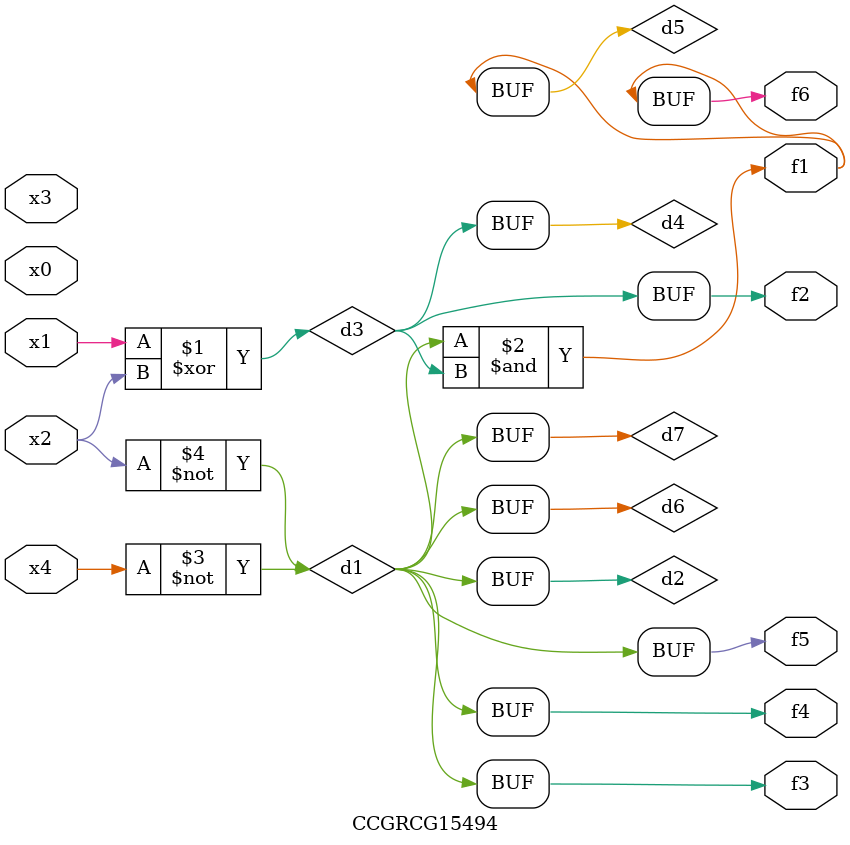
<source format=v>
module CCGRCG15494(
	input x0, x1, x2, x3, x4,
	output f1, f2, f3, f4, f5, f6
);

	wire d1, d2, d3, d4, d5, d6, d7;

	not (d1, x4);
	not (d2, x2);
	xor (d3, x1, x2);
	buf (d4, d3);
	and (d5, d1, d3);
	buf (d6, d1, d2);
	buf (d7, d2);
	assign f1 = d5;
	assign f2 = d4;
	assign f3 = d7;
	assign f4 = d7;
	assign f5 = d7;
	assign f6 = d5;
endmodule

</source>
